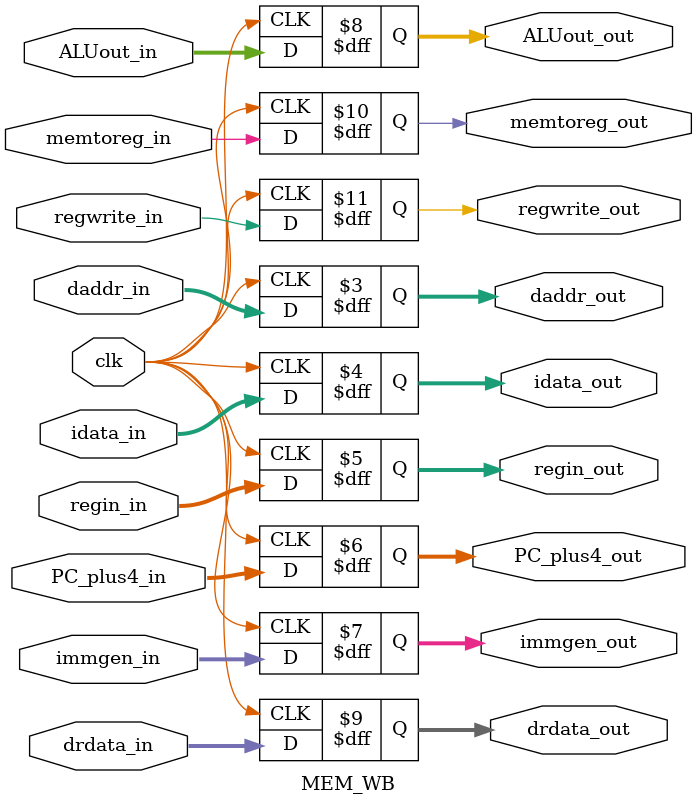
<source format=v>
`timescale 1ns / 1ps

module MEM_WB(
	 input clk,
    input memtoreg_in,
    input regwrite_in,
    input [31:0] ALUout_in,
    input [31:0] drdata_in,
    input [31:0] immgen_in,
    input [31:0] PC_plus4_in,
    input [1:0] regin_in,
	 input [31:0] idata_in,
	 input [31:0] daddr_in,
	 output reg [31:0] daddr_out,
	 output reg [31:0] idata_out,
    output reg [1:0] regin_out,
    output reg [31:0] PC_plus4_out,
    output reg [31:0] immgen_out,
    output reg [31:0] ALUout_out,
    output reg [31:0] drdata_out,
    output reg memtoreg_out,
    output reg regwrite_out
    );
	 
	 initial begin
	 ALUout_out = 0;
	 memtoreg_out = 0;
	 regwrite_out = 0;
	 regin_out = 0;
	 immgen_out = 0;
	 drdata_out = 0;
	 PC_plus4_out = 0;
	 idata_out = 0;
	 daddr_out = 0; 
	 end
	 
always@(posedge clk)begin
	 ALUout_out <= ALUout_in;
	 memtoreg_out <= memtoreg_in;
	 regwrite_out <= regwrite_in;
	 regin_out <= regin_in;
	 immgen_out <= immgen_in;
	 drdata_out <= drdata_in;
	 PC_plus4_out <= PC_plus4_in;
	 idata_out <= idata_in;
	 daddr_out <= daddr_in; 
end
endmodule

</source>
